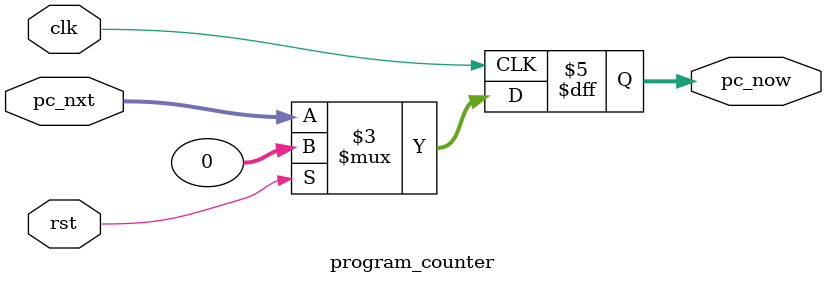
<source format=v>
module program_counter (
  input clk, rst,
  input [31:0] pc_nxt,
  output reg [31:0] pc_now
);
   
  always @(posedge clk) begin
    if(rst)begin
      pc_now <= 0;
    end else begin
      pc_now <= pc_nxt;
    end
  end
  
endmodule
</source>
